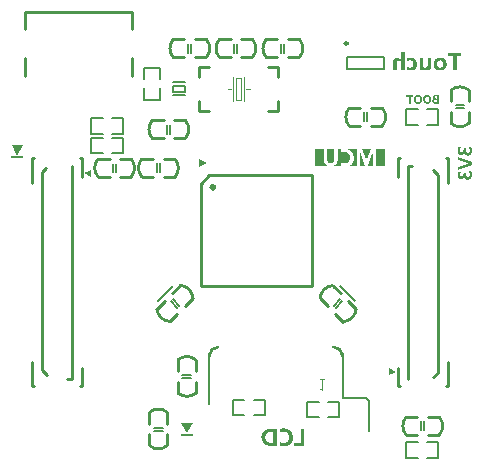
<source format=gbo>
G04*
G04 #@! TF.GenerationSoftware,Altium Limited,Altium Designer,21.2.1 (34)*
G04*
G04 Layer_Color=32896*
%FSLAX25Y25*%
%MOIN*%
G70*
G04*
G04 #@! TF.SameCoordinates,2553E21A-E740-48D2-A68A-D9BBB884D7A6*
G04*
G04*
G04 #@! TF.FilePolarity,Positive*
G04*
G01*
G75*
%ADD11C,0.01000*%
%ADD12C,0.00600*%
%ADD13C,0.00787*%
%ADD14C,0.00500*%
%ADD16C,0.00800*%
%ADD80C,0.00984*%
%ADD81C,0.01575*%
%ADD82C,0.00390*%
%ADD83R,0.03937X0.00787*%
G36*
X321468Y300555D02*
X317531D01*
X319500Y297012D01*
X321468Y300555D01*
D02*
G37*
G36*
X344028Y292410D02*
Y290048D01*
X341666Y291229D01*
X344028Y292410D01*
D02*
G37*
G36*
X377969Y208055D02*
X374031D01*
X376000Y204512D01*
X377969Y208055D01*
D02*
G37*
G36*
X443240Y223905D02*
Y226267D01*
X445602Y225086D01*
X443240Y223905D01*
D02*
G37*
G36*
X382820Y294529D02*
X380064Y293151D01*
Y295907D01*
X382820Y294529D01*
D02*
G37*
G36*
X459900Y314446D02*
X458833D01*
X458745Y314451D01*
X458662Y314455D01*
X458583Y314469D01*
X458509Y314483D01*
X458445Y314497D01*
X458380Y314520D01*
X458325Y314539D01*
X458274Y314562D01*
X458228Y314580D01*
X458186Y314603D01*
X458154Y314622D01*
X458126Y314636D01*
X458103Y314654D01*
X458089Y314663D01*
X458080Y314668D01*
X458075Y314673D01*
X458024Y314719D01*
X457983Y314765D01*
X457946Y314816D01*
X457913Y314867D01*
X457886Y314917D01*
X457867Y314968D01*
X457830Y315070D01*
X457812Y315158D01*
X457807Y315195D01*
X457802Y315227D01*
X457798Y315255D01*
Y315273D01*
Y315287D01*
Y315292D01*
X457807Y315393D01*
X457826Y315481D01*
X457858Y315560D01*
X457890Y315629D01*
X457923Y315680D01*
X457955Y315721D01*
X457973Y315744D01*
X457983Y315754D01*
X458057Y315818D01*
X458135Y315864D01*
X458214Y315906D01*
X458292Y315934D01*
X458361Y315952D01*
X458412Y315966D01*
X458435Y315971D01*
X458449Y315975D01*
X458463D01*
Y315985D01*
X458380Y316012D01*
X458301Y316049D01*
X458237Y316091D01*
X458177Y316128D01*
X458131Y316165D01*
X458098Y316197D01*
X458080Y316216D01*
X458071Y316225D01*
X458020Y316294D01*
X457978Y316364D01*
X457950Y316433D01*
X457932Y316497D01*
X457923Y316553D01*
X457913Y316595D01*
Y316613D01*
Y316627D01*
Y316632D01*
Y316636D01*
X457918Y316691D01*
X457923Y316747D01*
X457955Y316844D01*
X457992Y316927D01*
X458038Y317001D01*
X458089Y317052D01*
X458126Y317093D01*
X458158Y317117D01*
X458163Y317126D01*
X458168D01*
X458218Y317158D01*
X458269Y317186D01*
X458385Y317227D01*
X458505Y317260D01*
X458620Y317278D01*
X458671Y317287D01*
X458722Y317292D01*
X458768Y317297D01*
X458805D01*
X458837Y317301D01*
X459900D01*
Y314446D01*
D02*
G37*
G36*
X451404Y316802D02*
X450591D01*
Y314446D01*
X449981D01*
Y316802D01*
X449163D01*
Y317301D01*
X451404D01*
Y316802D01*
D02*
G37*
G36*
X456185Y317348D02*
X456301Y317334D01*
X456403Y317315D01*
X456504Y317287D01*
X456597Y317255D01*
X456680Y317218D01*
X456758Y317181D01*
X456828Y317140D01*
X456892Y317098D01*
X456948Y317061D01*
X456994Y317024D01*
X457036Y316992D01*
X457063Y316969D01*
X457086Y316946D01*
X457100Y316932D01*
X457105Y316927D01*
X457174Y316844D01*
X457234Y316761D01*
X457285Y316668D01*
X457331Y316581D01*
X457368Y316488D01*
X457401Y316396D01*
X457428Y316308D01*
X457447Y316225D01*
X457465Y316146D01*
X457475Y316072D01*
X457484Y316003D01*
X457493Y315948D01*
Y315901D01*
X457498Y315864D01*
Y315846D01*
Y315837D01*
X457493Y315721D01*
X457479Y315610D01*
X457461Y315504D01*
X457438Y315407D01*
X457410Y315315D01*
X457377Y315227D01*
X457340Y315148D01*
X457304Y315079D01*
X457271Y315015D01*
X457234Y314959D01*
X457202Y314908D01*
X457174Y314871D01*
X457151Y314839D01*
X457133Y314816D01*
X457119Y314802D01*
X457114Y314797D01*
X457040Y314728D01*
X456962Y314668D01*
X456879Y314613D01*
X456795Y314566D01*
X456712Y314529D01*
X456629Y314497D01*
X456551Y314469D01*
X456472Y314451D01*
X456398Y314432D01*
X456329Y314423D01*
X456269Y314414D01*
X456218Y314405D01*
X456176D01*
X456144Y314400D01*
X456116D01*
X456001Y314405D01*
X455890Y314419D01*
X455788Y314437D01*
X455691Y314465D01*
X455599Y314497D01*
X455516Y314529D01*
X455437Y314566D01*
X455368Y314608D01*
X455308Y314645D01*
X455252Y314682D01*
X455206Y314714D01*
X455164Y314746D01*
X455137Y314774D01*
X455114Y314793D01*
X455100Y314807D01*
X455095Y314811D01*
X455026Y314890D01*
X454966Y314978D01*
X454915Y315065D01*
X454869Y315158D01*
X454832Y315246D01*
X454800Y315338D01*
X454776Y315426D01*
X454753Y315509D01*
X454740Y315587D01*
X454726Y315661D01*
X454721Y315726D01*
X454712Y315781D01*
Y315828D01*
X454707Y315864D01*
Y315883D01*
Y315892D01*
X454712Y316008D01*
X454721Y316123D01*
X454740Y316230D01*
X454767Y316326D01*
X454795Y316419D01*
X454827Y316507D01*
X454860Y316585D01*
X454892Y316659D01*
X454929Y316724D01*
X454961Y316779D01*
X454994Y316826D01*
X455021Y316867D01*
X455044Y316899D01*
X455063Y316922D01*
X455077Y316936D01*
X455081Y316941D01*
X455155Y317015D01*
X455229Y317075D01*
X455312Y317130D01*
X455396Y317177D01*
X455474Y317218D01*
X455557Y317250D01*
X455640Y317278D01*
X455714Y317301D01*
X455788Y317320D01*
X455858Y317329D01*
X455918Y317338D01*
X455968Y317348D01*
X456010D01*
X456042Y317352D01*
X456070D01*
X456185Y317348D01*
D02*
G37*
G36*
X453095D02*
X453210Y317334D01*
X453312Y317315D01*
X453413Y317287D01*
X453506Y317255D01*
X453589Y317218D01*
X453668Y317181D01*
X453737Y317140D01*
X453802Y317098D01*
X453857Y317061D01*
X453903Y317024D01*
X453945Y316992D01*
X453972Y316969D01*
X453996Y316946D01*
X454009Y316932D01*
X454014Y316927D01*
X454083Y316844D01*
X454143Y316761D01*
X454194Y316668D01*
X454241Y316581D01*
X454278Y316488D01*
X454310Y316396D01*
X454338Y316308D01*
X454356Y316225D01*
X454375Y316146D01*
X454384Y316072D01*
X454393Y316003D01*
X454402Y315948D01*
Y315901D01*
X454407Y315864D01*
Y315846D01*
Y315837D01*
X454402Y315721D01*
X454388Y315610D01*
X454370Y315504D01*
X454347Y315407D01*
X454319Y315315D01*
X454287Y315227D01*
X454250Y315148D01*
X454213Y315079D01*
X454180Y315015D01*
X454143Y314959D01*
X454111Y314908D01*
X454083Y314871D01*
X454060Y314839D01*
X454042Y314816D01*
X454028Y314802D01*
X454023Y314797D01*
X453949Y314728D01*
X453871Y314668D01*
X453788Y314613D01*
X453705Y314566D01*
X453621Y314529D01*
X453538Y314497D01*
X453460Y314469D01*
X453381Y314451D01*
X453307Y314432D01*
X453238Y314423D01*
X453178Y314414D01*
X453127Y314405D01*
X453086D01*
X453053Y314400D01*
X453025D01*
X452910Y314405D01*
X452799Y314419D01*
X452697Y314437D01*
X452600Y314465D01*
X452508Y314497D01*
X452425Y314529D01*
X452346Y314566D01*
X452277Y314608D01*
X452217Y314645D01*
X452162Y314682D01*
X452115Y314714D01*
X452074Y314746D01*
X452046Y314774D01*
X452023Y314793D01*
X452009Y314807D01*
X452004Y314811D01*
X451935Y314890D01*
X451875Y314978D01*
X451824Y315065D01*
X451778Y315158D01*
X451741Y315246D01*
X451709Y315338D01*
X451686Y315426D01*
X451662Y315509D01*
X451649Y315587D01*
X451635Y315661D01*
X451630Y315726D01*
X451621Y315781D01*
Y315828D01*
X451616Y315864D01*
Y315883D01*
Y315892D01*
X451621Y316008D01*
X451630Y316123D01*
X451649Y316230D01*
X451676Y316326D01*
X451704Y316419D01*
X451736Y316507D01*
X451769Y316585D01*
X451801Y316659D01*
X451838Y316724D01*
X451870Y316779D01*
X451903Y316826D01*
X451931Y316867D01*
X451954Y316899D01*
X451972Y316922D01*
X451986Y316936D01*
X451991Y316941D01*
X452065Y317015D01*
X452138Y317075D01*
X452222Y317130D01*
X452305Y317177D01*
X452383Y317218D01*
X452466Y317250D01*
X452550Y317278D01*
X452624Y317301D01*
X452697Y317320D01*
X452767Y317329D01*
X452827Y317338D01*
X452878Y317348D01*
X452919D01*
X452951Y317352D01*
X452979D01*
X453095Y317348D01*
D02*
G37*
G36*
X470852Y299830D02*
X470904Y299645D01*
X470948Y299452D01*
X470970Y299275D01*
X470978Y299186D01*
X470985Y299112D01*
X470993Y299045D01*
Y298986D01*
X471000Y298934D01*
Y298868D01*
X470993Y298720D01*
X470985Y298587D01*
X470963Y298453D01*
X470941Y298335D01*
X470919Y298217D01*
X470882Y298113D01*
X470852Y298017D01*
X470815Y297928D01*
X470785Y297854D01*
X470748Y297787D01*
X470719Y297728D01*
X470697Y297684D01*
X470667Y297647D01*
X470652Y297617D01*
X470645Y297602D01*
X470637Y297595D01*
X470563Y297514D01*
X470489Y297440D01*
X470408Y297373D01*
X470327Y297314D01*
X470238Y297269D01*
X470156Y297232D01*
X469994Y297173D01*
X469846Y297136D01*
X469786Y297129D01*
X469727Y297121D01*
X469683Y297114D01*
X469653D01*
X469631D01*
X469624D01*
X469468Y297129D01*
X469328Y297158D01*
X469202Y297203D01*
X469098Y297255D01*
X469017Y297314D01*
X468950Y297358D01*
X468913Y297388D01*
X468898Y297403D01*
X468795Y297521D01*
X468721Y297647D01*
X468662Y297773D01*
X468610Y297891D01*
X468580Y298002D01*
X468565Y298083D01*
X468558Y298120D01*
X468551Y298143D01*
Y298165D01*
X468536D01*
X468484Y298002D01*
X468417Y297861D01*
X468343Y297743D01*
X468262Y297639D01*
X468173Y297551D01*
X468077Y297477D01*
X467981Y297417D01*
X467885Y297366D01*
X467788Y297329D01*
X467700Y297299D01*
X467618Y297284D01*
X467552Y297269D01*
X467485Y297262D01*
X467441Y297255D01*
X467411D01*
X467404D01*
X467307Y297262D01*
X467211Y297269D01*
X467048Y297321D01*
X466908Y297380D01*
X466789Y297454D01*
X466693Y297536D01*
X466627Y297595D01*
X466590Y297647D01*
X466575Y297654D01*
Y297662D01*
X466471Y297824D01*
X466397Y298002D01*
X466345Y298172D01*
X466308Y298342D01*
X466286Y298490D01*
X466279Y298557D01*
Y298609D01*
X466271Y298653D01*
Y298720D01*
X466279Y298949D01*
X466308Y299164D01*
X466353Y299349D01*
X466375Y299438D01*
X466397Y299512D01*
X466419Y299586D01*
X466442Y299645D01*
X466464Y299704D01*
X466486Y299748D01*
X466501Y299778D01*
X466516Y299808D01*
X466523Y299822D01*
Y299830D01*
X467307D01*
X467204Y299667D01*
X467130Y299512D01*
X467078Y299356D01*
X467041Y299223D01*
X467019Y299105D01*
X467011Y299053D01*
Y299016D01*
X467004Y298979D01*
Y298934D01*
X467011Y298809D01*
X467026Y298705D01*
X467056Y298609D01*
X467093Y298527D01*
X467145Y298461D01*
X467189Y298402D01*
X467248Y298357D01*
X467300Y298320D01*
X467352Y298291D01*
X467411Y298268D01*
X467500Y298239D01*
X467544D01*
X467574Y298231D01*
X467589D01*
X467596D01*
X467707Y298239D01*
X467796Y298268D01*
X467877Y298313D01*
X467951Y298372D01*
X468010Y298446D01*
X468062Y298520D01*
X468099Y298601D01*
X468136Y298690D01*
X468181Y298860D01*
X468188Y298934D01*
X468203Y299008D01*
Y299068D01*
X468210Y299112D01*
Y299526D01*
X468950D01*
Y299119D01*
X468958Y298949D01*
X468980Y298794D01*
X469002Y298668D01*
X469032Y298557D01*
X469069Y298476D01*
X469091Y298416D01*
X469113Y298379D01*
X469120Y298365D01*
X469187Y298276D01*
X469268Y298209D01*
X469350Y298157D01*
X469431Y298128D01*
X469505Y298106D01*
X469564Y298098D01*
X469601Y298091D01*
X469609D01*
X469616D01*
X469727Y298098D01*
X469823Y298128D01*
X469912Y298165D01*
X469979Y298202D01*
X470031Y298246D01*
X470075Y298283D01*
X470097Y298313D01*
X470105Y298320D01*
X470164Y298409D01*
X470201Y298513D01*
X470230Y298609D01*
X470253Y298712D01*
X470267Y298801D01*
X470275Y298868D01*
Y298934D01*
X470267Y299045D01*
X470260Y299156D01*
X470223Y299356D01*
X470164Y299541D01*
X470105Y299697D01*
X470075Y299763D01*
X470045Y299822D01*
X470016Y299874D01*
X469986Y299919D01*
X469964Y299956D01*
X469949Y299978D01*
X469934Y299993D01*
Y300000D01*
X470778D01*
X470852Y299830D01*
D02*
G37*
G36*
X470926Y295138D02*
Y294036D01*
X466353Y292445D01*
Y293466D01*
X469579Y294457D01*
X469757Y294502D01*
X469831Y294517D01*
X469897Y294531D01*
X469957Y294539D01*
X470001Y294546D01*
X470031Y294554D01*
X470038D01*
Y294576D01*
X469883Y294598D01*
X469801Y294613D01*
X469735Y294628D01*
X469675Y294642D01*
X469631Y294650D01*
X469594Y294665D01*
X469587D01*
X466353Y295656D01*
Y296707D01*
X470926Y295138D01*
D02*
G37*
G36*
X470852Y291771D02*
X470904Y291586D01*
X470948Y291394D01*
X470970Y291216D01*
X470978Y291127D01*
X470985Y291053D01*
X470993Y290987D01*
Y290928D01*
X471000Y290876D01*
Y290809D01*
X470993Y290661D01*
X470985Y290528D01*
X470963Y290395D01*
X470941Y290276D01*
X470919Y290158D01*
X470882Y290054D01*
X470852Y289958D01*
X470815Y289869D01*
X470785Y289795D01*
X470748Y289729D01*
X470719Y289670D01*
X470697Y289625D01*
X470667Y289588D01*
X470652Y289559D01*
X470645Y289544D01*
X470637Y289536D01*
X470563Y289455D01*
X470489Y289381D01*
X470408Y289314D01*
X470327Y289255D01*
X470238Y289211D01*
X470156Y289174D01*
X469994Y289115D01*
X469846Y289078D01*
X469786Y289070D01*
X469727Y289063D01*
X469683Y289055D01*
X469653D01*
X469631D01*
X469624D01*
X469468Y289070D01*
X469328Y289100D01*
X469202Y289144D01*
X469098Y289196D01*
X469017Y289255D01*
X468950Y289300D01*
X468913Y289329D01*
X468898Y289344D01*
X468795Y289462D01*
X468721Y289588D01*
X468662Y289714D01*
X468610Y289832D01*
X468580Y289943D01*
X468565Y290025D01*
X468558Y290062D01*
X468551Y290084D01*
Y290106D01*
X468536D01*
X468484Y289943D01*
X468417Y289803D01*
X468343Y289684D01*
X468262Y289581D01*
X468173Y289492D01*
X468077Y289418D01*
X467981Y289359D01*
X467885Y289307D01*
X467788Y289270D01*
X467700Y289240D01*
X467618Y289226D01*
X467552Y289211D01*
X467485Y289203D01*
X467441Y289196D01*
X467411D01*
X467404D01*
X467307Y289203D01*
X467211Y289211D01*
X467048Y289263D01*
X466908Y289322D01*
X466789Y289396D01*
X466693Y289477D01*
X466627Y289536D01*
X466590Y289588D01*
X466575Y289596D01*
Y289603D01*
X466471Y289766D01*
X466397Y289943D01*
X466345Y290114D01*
X466308Y290284D01*
X466286Y290432D01*
X466279Y290498D01*
Y290550D01*
X466271Y290595D01*
Y290661D01*
X466279Y290891D01*
X466308Y291105D01*
X466353Y291290D01*
X466375Y291379D01*
X466397Y291453D01*
X466419Y291527D01*
X466442Y291586D01*
X466464Y291645D01*
X466486Y291690D01*
X466501Y291719D01*
X466516Y291749D01*
X466523Y291764D01*
Y291771D01*
X467307D01*
X467204Y291608D01*
X467130Y291453D01*
X467078Y291298D01*
X467041Y291164D01*
X467019Y291046D01*
X467011Y290994D01*
Y290957D01*
X467004Y290920D01*
Y290876D01*
X467011Y290750D01*
X467026Y290646D01*
X467056Y290550D01*
X467093Y290469D01*
X467145Y290402D01*
X467189Y290343D01*
X467248Y290299D01*
X467300Y290262D01*
X467352Y290232D01*
X467411Y290210D01*
X467500Y290180D01*
X467544D01*
X467574Y290173D01*
X467589D01*
X467596D01*
X467707Y290180D01*
X467796Y290210D01*
X467877Y290254D01*
X467951Y290313D01*
X468010Y290387D01*
X468062Y290461D01*
X468099Y290543D01*
X468136Y290632D01*
X468181Y290802D01*
X468188Y290876D01*
X468203Y290950D01*
Y291009D01*
X468210Y291053D01*
Y291468D01*
X468950D01*
Y291061D01*
X468958Y290891D01*
X468980Y290735D01*
X469002Y290609D01*
X469032Y290498D01*
X469069Y290417D01*
X469091Y290358D01*
X469113Y290321D01*
X469120Y290306D01*
X469187Y290217D01*
X469268Y290151D01*
X469350Y290099D01*
X469431Y290069D01*
X469505Y290047D01*
X469564Y290040D01*
X469601Y290032D01*
X469609D01*
X469616D01*
X469727Y290040D01*
X469823Y290069D01*
X469912Y290106D01*
X469979Y290143D01*
X470031Y290188D01*
X470075Y290225D01*
X470097Y290254D01*
X470105Y290262D01*
X470164Y290350D01*
X470201Y290454D01*
X470230Y290550D01*
X470253Y290654D01*
X470267Y290743D01*
X470275Y290809D01*
Y290876D01*
X470267Y290987D01*
X470260Y291098D01*
X470223Y291298D01*
X470164Y291483D01*
X470105Y291638D01*
X470075Y291705D01*
X470045Y291764D01*
X470016Y291816D01*
X469986Y291860D01*
X469964Y291897D01*
X469949Y291919D01*
X469934Y291934D01*
Y291941D01*
X470778D01*
X470852Y291771D01*
D02*
G37*
G36*
X448556Y325592D02*
X447363D01*
Y327914D01*
X447354Y328062D01*
X447326Y328192D01*
X447289Y328312D01*
X447252Y328404D01*
X447215Y328488D01*
X447178Y328543D01*
X447150Y328580D01*
X447141Y328590D01*
X447048Y328682D01*
X446956Y328747D01*
X446854Y328793D01*
X446771Y328821D01*
X446688Y328849D01*
X446623Y328858D01*
X446567D01*
X446447Y328849D01*
X446345Y328821D01*
X446253Y328774D01*
X446170Y328710D01*
X446105Y328636D01*
X446049Y328562D01*
X446003Y328479D01*
X445966Y328386D01*
X445920Y328210D01*
X445901Y328136D01*
X445892Y328062D01*
X445883Y327997D01*
Y327951D01*
Y327923D01*
Y327914D01*
Y325592D01*
X444690D01*
Y328099D01*
Y328247D01*
X444708Y328395D01*
X444745Y328654D01*
X444819Y328876D01*
X444911Y329070D01*
X445013Y329228D01*
X445133Y329366D01*
X445254Y329478D01*
X445383Y329561D01*
X445522Y329635D01*
X445642Y329681D01*
X445762Y329727D01*
X445864Y329746D01*
X445957Y329764D01*
X446022Y329773D01*
X446086D01*
X446234Y329764D01*
X446364Y329746D01*
X446493Y329709D01*
X446614Y329662D01*
X446826Y329552D01*
X447011Y329422D01*
X447085Y329348D01*
X447150Y329283D01*
X447215Y329228D01*
X447261Y329172D01*
X447298Y329126D01*
X447326Y329089D01*
X447335Y329070D01*
X447344Y329061D01*
X447363D01*
Y331633D01*
X448556D01*
Y325592D01*
D02*
G37*
G36*
X457436Y327211D02*
Y327054D01*
X457417Y326906D01*
X457399Y326777D01*
X457371Y326647D01*
X457306Y326416D01*
X457214Y326221D01*
X457103Y326055D01*
X456983Y325916D01*
X456853Y325805D01*
X456714Y325713D01*
X456585Y325648D01*
X456456Y325592D01*
X456335Y325555D01*
X456224Y325528D01*
X456132Y325509D01*
X456067Y325500D01*
X456002D01*
X455854Y325509D01*
X455725Y325528D01*
X455595Y325565D01*
X455475Y325611D01*
X455262Y325722D01*
X455087Y325861D01*
X455003Y325925D01*
X454939Y325990D01*
X454883Y326046D01*
X454837Y326101D01*
X454800Y326148D01*
X454772Y326185D01*
X454763Y326203D01*
X454753Y326212D01*
X454735D01*
Y325592D01*
X453551D01*
Y329672D01*
X454735D01*
Y327331D01*
X454744Y327184D01*
X454772Y327045D01*
X454800Y326934D01*
X454837Y326832D01*
X454883Y326758D01*
X454911Y326702D01*
X454939Y326665D01*
X454948Y326656D01*
X455031Y326573D01*
X455124Y326508D01*
X455225Y326471D01*
X455318Y326434D01*
X455392Y326416D01*
X455466Y326407D01*
X455521D01*
X455651Y326416D01*
X455762Y326444D01*
X455854Y326490D01*
X455937Y326554D01*
X456011Y326619D01*
X456067Y326693D01*
X456113Y326777D01*
X456150Y326869D01*
X456206Y327035D01*
X456224Y327110D01*
X456234Y327184D01*
Y327239D01*
X456243Y327285D01*
Y327313D01*
Y327322D01*
Y329672D01*
X457436D01*
Y327211D01*
D02*
G37*
G36*
X450619Y329764D02*
X450804Y329746D01*
X450970Y329718D01*
X451127Y329681D01*
X451275Y329635D01*
X451414Y329579D01*
X451535Y329533D01*
X451646Y329478D01*
X451747Y329413D01*
X451840Y329366D01*
X451914Y329311D01*
X451978Y329265D01*
X452025Y329228D01*
X452062Y329200D01*
X452080Y329182D01*
X452090Y329172D01*
X452201Y329052D01*
X452293Y328932D01*
X452376Y328802D01*
X452450Y328663D01*
X452506Y328525D01*
X452561Y328386D01*
X452635Y328127D01*
X452654Y328007D01*
X452672Y327896D01*
X452691Y327794D01*
X452700Y327711D01*
X452709Y327637D01*
Y327581D01*
Y327544D01*
Y327535D01*
X452700Y327368D01*
X452681Y327211D01*
X452654Y327063D01*
X452617Y326924D01*
X452580Y326795D01*
X452524Y326675D01*
X452478Y326564D01*
X452423Y326462D01*
X452367Y326370D01*
X452321Y326295D01*
X452265Y326221D01*
X452228Y326166D01*
X452191Y326120D01*
X452164Y326092D01*
X452145Y326074D01*
X452136Y326064D01*
X452025Y325962D01*
X451904Y325879D01*
X451784Y325805D01*
X451655Y325741D01*
X451525Y325685D01*
X451405Y325639D01*
X451164Y325574D01*
X451053Y325546D01*
X450952Y325528D01*
X450859Y325518D01*
X450776Y325509D01*
X450711Y325500D01*
X450619D01*
X450341Y325509D01*
X450101Y325537D01*
X449888Y325574D01*
X449721Y325620D01*
X449648Y325639D01*
X449583Y325666D01*
X449527Y325685D01*
X449481Y325704D01*
X449453Y325722D01*
X449426Y325731D01*
X449416Y325741D01*
X449407D01*
Y326712D01*
X449574Y326610D01*
X449740Y326536D01*
X449897Y326481D01*
X450036Y326444D01*
X450156Y326425D01*
X450249Y326416D01*
X450286Y326407D01*
X450332D01*
X450526Y326425D01*
X450693Y326462D01*
X450841Y326508D01*
X450970Y326573D01*
X451063Y326628D01*
X451137Y326684D01*
X451174Y326721D01*
X451192Y326730D01*
X451294Y326860D01*
X451377Y327008D01*
X451433Y327147D01*
X451470Y327294D01*
X451488Y327415D01*
X451498Y327517D01*
X451507Y327554D01*
Y327581D01*
Y327600D01*
Y327609D01*
X451488Y327813D01*
X451451Y327997D01*
X451405Y328155D01*
X451340Y328284D01*
X451275Y328386D01*
X451229Y328460D01*
X451192Y328506D01*
X451174Y328525D01*
X451044Y328636D01*
X450896Y328719D01*
X450748Y328774D01*
X450609Y328821D01*
X450489Y328839D01*
X450387Y328849D01*
X450351Y328858D01*
X450295D01*
X450119Y328849D01*
X449953Y328812D01*
X449795Y328765D01*
X449666Y328710D01*
X449555Y328654D01*
X449472Y328608D01*
X449416Y328571D01*
X449398Y328562D01*
Y329579D01*
X449537Y329644D01*
X449703Y329690D01*
X449879Y329727D01*
X450045Y329746D01*
X450193Y329764D01*
X450258D01*
X450323Y329773D01*
X450434D01*
X450619Y329764D01*
D02*
G37*
G36*
X467500Y330310D02*
X465872D01*
Y325592D01*
X464651D01*
Y330310D01*
X463014D01*
Y331309D01*
X467500D01*
Y330310D01*
D02*
G37*
G36*
X460544Y329764D02*
X460720Y329746D01*
X460886Y329718D01*
X461044Y329681D01*
X461192Y329635D01*
X461321Y329589D01*
X461450Y329533D01*
X461561Y329487D01*
X461654Y329431D01*
X461747Y329376D01*
X461821Y329329D01*
X461876Y329283D01*
X461922Y329246D01*
X461959Y329219D01*
X461978Y329200D01*
X461987Y329191D01*
X462089Y329080D01*
X462181Y328959D01*
X462264Y328830D01*
X462338Y328700D01*
X462394Y328571D01*
X462440Y328442D01*
X462514Y328183D01*
X462542Y328071D01*
X462561Y327960D01*
X462570Y327859D01*
X462579Y327776D01*
X462588Y327701D01*
Y327655D01*
Y327618D01*
Y327609D01*
X462579Y327433D01*
X462561Y327257D01*
X462533Y327100D01*
X462496Y326952D01*
X462450Y326814D01*
X462403Y326693D01*
X462348Y326573D01*
X462292Y326471D01*
X462246Y326379D01*
X462190Y326295D01*
X462144Y326221D01*
X462098Y326166D01*
X462061Y326120D01*
X462033Y326092D01*
X462015Y326074D01*
X462006Y326064D01*
X461895Y325962D01*
X461774Y325879D01*
X461645Y325805D01*
X461515Y325741D01*
X461376Y325685D01*
X461247Y325639D01*
X460997Y325574D01*
X460877Y325546D01*
X460766Y325528D01*
X460674Y325518D01*
X460590Y325509D01*
X460516Y325500D01*
X460424D01*
X460239Y325509D01*
X460063Y325528D01*
X459897Y325555D01*
X459739Y325592D01*
X459600Y325639D01*
X459471Y325685D01*
X459351Y325741D01*
X459240Y325796D01*
X459138Y325842D01*
X459055Y325898D01*
X458981Y325944D01*
X458925Y325990D01*
X458879Y326027D01*
X458842Y326055D01*
X458823Y326074D01*
X458814Y326083D01*
X458712Y326203D01*
X458620Y326323D01*
X458537Y326453D01*
X458463Y326582D01*
X458407Y326721D01*
X458361Y326851D01*
X458287Y327110D01*
X458259Y327221D01*
X458241Y327331D01*
X458231Y327433D01*
X458222Y327517D01*
X458213Y327590D01*
Y327637D01*
Y327674D01*
Y327683D01*
X458222Y327859D01*
X458241Y328025D01*
X458268Y328173D01*
X458306Y328321D01*
X458352Y328460D01*
X458398Y328580D01*
X458454Y328700D01*
X458500Y328802D01*
X458555Y328895D01*
X458611Y328969D01*
X458657Y329043D01*
X458703Y329098D01*
X458740Y329145D01*
X458768Y329172D01*
X458786Y329191D01*
X458796Y329200D01*
X458907Y329302D01*
X459027Y329385D01*
X459157Y329468D01*
X459286Y329533D01*
X459415Y329589D01*
X459545Y329635D01*
X459795Y329699D01*
X459915Y329727D01*
X460017Y329746D01*
X460109Y329755D01*
X460192Y329764D01*
X460266Y329773D01*
X460359D01*
X460544Y329764D01*
D02*
G37*
G36*
X408532Y206202D02*
X408764Y206174D01*
X408986Y206128D01*
X409189Y206072D01*
X409383Y206007D01*
X409569Y205933D01*
X409735Y205859D01*
X409883Y205776D01*
X410012Y205693D01*
X410133Y205619D01*
X410234Y205545D01*
X410318Y205480D01*
X410392Y205424D01*
X410438Y205378D01*
X410466Y205350D01*
X410475Y205341D01*
X410623Y205175D01*
X410752Y204999D01*
X410873Y204814D01*
X410965Y204629D01*
X411049Y204444D01*
X411123Y204259D01*
X411178Y204083D01*
X411215Y203907D01*
X411252Y203750D01*
X411280Y203593D01*
X411298Y203464D01*
X411317Y203343D01*
Y203251D01*
X411326Y203186D01*
Y203140D01*
Y203121D01*
X411317Y202890D01*
X411289Y202668D01*
X411252Y202455D01*
X411206Y202261D01*
X411150Y202076D01*
X411086Y201909D01*
X411021Y201752D01*
X410947Y201613D01*
X410873Y201484D01*
X410808Y201382D01*
X410743Y201290D01*
X410688Y201206D01*
X410641Y201151D01*
X410595Y201105D01*
X410577Y201077D01*
X410568Y201068D01*
X410420Y200929D01*
X410262Y200818D01*
X410096Y200716D01*
X409929Y200624D01*
X409754Y200550D01*
X409587Y200485D01*
X409420Y200439D01*
X409254Y200393D01*
X409106Y200365D01*
X408967Y200337D01*
X408838Y200328D01*
X408727Y200309D01*
X408634D01*
X408569Y200300D01*
X408329D01*
X408153Y200309D01*
X407987Y200328D01*
X407830Y200346D01*
X407691Y200365D01*
X407552Y200393D01*
X407432Y200420D01*
X407321Y200448D01*
X407219Y200476D01*
X407136Y200503D01*
X407062Y200531D01*
X406997Y200550D01*
X406951Y200568D01*
X406914Y200587D01*
X406895Y200596D01*
X406886D01*
Y201715D01*
X407127Y201595D01*
X407367Y201502D01*
X407598Y201438D01*
X407811Y201392D01*
X407913Y201373D01*
X407996Y201364D01*
X408079Y201355D01*
X408144D01*
X408200Y201345D01*
X408274D01*
X408422Y201355D01*
X408560Y201364D01*
X408819Y201429D01*
X409041Y201502D01*
X409134Y201549D01*
X409226Y201604D01*
X409300Y201651D01*
X409374Y201697D01*
X409430Y201734D01*
X409476Y201771D01*
X409522Y201808D01*
X409550Y201835D01*
X409559Y201845D01*
X409569Y201854D01*
X409652Y201956D01*
X409726Y202058D01*
X409791Y202168D01*
X409837Y202289D01*
X409929Y202511D01*
X409985Y202733D01*
X410003Y202825D01*
X410012Y202918D01*
X410022Y203001D01*
X410031Y203075D01*
X410040Y203131D01*
Y203177D01*
Y203204D01*
Y203214D01*
X410031Y203371D01*
X410022Y203528D01*
X409966Y203797D01*
X409920Y203926D01*
X409883Y204037D01*
X409837Y204139D01*
X409791Y204240D01*
X409744Y204324D01*
X409698Y204398D01*
X409652Y204463D01*
X409615Y204518D01*
X409587Y204555D01*
X409559Y204583D01*
X409550Y204601D01*
X409541Y204610D01*
X409439Y204703D01*
X409337Y204786D01*
X409235Y204860D01*
X409125Y204925D01*
X409004Y204971D01*
X408893Y205017D01*
X408680Y205082D01*
X408588Y205101D01*
X408496Y205119D01*
X408412Y205129D01*
X408338Y205138D01*
X408283Y205147D01*
X408200D01*
X407931Y205129D01*
X407682Y205092D01*
X407459Y205045D01*
X407265Y204980D01*
X407182Y204953D01*
X407108Y204916D01*
X407043Y204888D01*
X406988Y204870D01*
X406942Y204842D01*
X406914Y204833D01*
X406895Y204814D01*
X406886D01*
Y205989D01*
X407108Y206063D01*
X407339Y206118D01*
X407580Y206155D01*
X407793Y206183D01*
X407894Y206192D01*
X407987Y206202D01*
X408070D01*
X408144Y206211D01*
X408283D01*
X408532Y206202D01*
D02*
G37*
G36*
X415100Y200393D02*
X411742D01*
Y201382D01*
X413879D01*
Y206109D01*
X415100D01*
Y200393D01*
D02*
G37*
G36*
X405868D02*
X403898D01*
X403649Y200402D01*
X403417Y200430D01*
X403195Y200466D01*
X402983Y200513D01*
X402788Y200577D01*
X402612Y200642D01*
X402446Y200716D01*
X402289Y200790D01*
X402159Y200864D01*
X402039Y200938D01*
X401937Y201003D01*
X401854Y201068D01*
X401780Y201114D01*
X401734Y201151D01*
X401706Y201179D01*
X401697Y201188D01*
X401549Y201345D01*
X401419Y201512D01*
X401299Y201688D01*
X401206Y201863D01*
X401123Y202039D01*
X401049Y202215D01*
X400994Y202391D01*
X400948Y202557D01*
X400920Y202714D01*
X400892Y202862D01*
X400874Y202992D01*
X400855Y203103D01*
Y203195D01*
X400846Y203269D01*
Y203306D01*
Y203325D01*
X400855Y203574D01*
X400883Y203815D01*
X400920Y204037D01*
X400975Y204240D01*
X401049Y204435D01*
X401123Y204620D01*
X401216Y204786D01*
X401318Y204934D01*
X401429Y205073D01*
X401549Y205203D01*
X401678Y205323D01*
X401808Y205434D01*
X401946Y205526D01*
X402085Y205609D01*
X402363Y205757D01*
X402649Y205878D01*
X402927Y205961D01*
X403186Y206026D01*
X403417Y206063D01*
X403519Y206081D01*
X403612Y206090D01*
X403686Y206100D01*
X403759D01*
X403815Y206109D01*
X405868D01*
Y200393D01*
D02*
G37*
G36*
X442000Y293500D02*
X431668D01*
D01*
X428911D01*
X428976Y293509D01*
X429069D01*
X429179Y293528D01*
X429309Y293537D01*
X429448Y293565D01*
X429596Y293593D01*
X429762Y293639D01*
X429929Y293685D01*
X430095Y293750D01*
X430271Y293824D01*
X430438Y293916D01*
X430604Y294018D01*
X430761Y294129D01*
X430909Y294268D01*
X430919Y294277D01*
X430937Y294305D01*
X430983Y294351D01*
X431030Y294407D01*
X431085Y294490D01*
X431150Y294582D01*
X431215Y294684D01*
X431288Y294813D01*
X431362Y294952D01*
X431427Y295110D01*
X431492Y295276D01*
X431547Y295461D01*
X431594Y295655D01*
X431631Y295868D01*
X431659Y296090D01*
X431668Y296321D01*
Y299411D01*
Y296386D01*
X431659Y296451D01*
Y296543D01*
X431640Y296663D01*
X431622Y296793D01*
X431594Y296950D01*
X431557Y297108D01*
X431520Y297283D01*
X431464Y297459D01*
X431390Y297644D01*
X431307Y297829D01*
X431215Y298014D01*
X431094Y298199D01*
X430965Y298375D01*
X430817Y298541D01*
X430807Y298551D01*
X430780Y298578D01*
X430733Y298624D01*
X430659Y298680D01*
X430576Y298745D01*
X430475Y298819D01*
X430354Y298893D01*
X430225Y298976D01*
X430077Y299059D01*
X429910Y299133D01*
X429725Y299207D01*
X429531Y299272D01*
X429327Y299327D01*
X429106Y299374D01*
X428874Y299401D01*
X428624Y299411D01*
X428486D01*
X428412Y299401D01*
X428329D01*
X428236Y299392D01*
X428134Y299383D01*
X427921Y299355D01*
X427681Y299318D01*
X427450Y299263D01*
X427228Y299189D01*
Y298014D01*
X427237D01*
X427255Y298032D01*
X427283Y298042D01*
X427329Y298070D01*
X427385Y298088D01*
X427450Y298116D01*
X427524Y298153D01*
X427607Y298181D01*
X427801Y298245D01*
X428023Y298291D01*
X428273Y298328D01*
X428541Y298347D01*
X428624D01*
X428680Y298338D01*
X428754Y298328D01*
X428837Y298319D01*
X428930Y298301D01*
X429022Y298282D01*
X429235Y298218D01*
X429346Y298171D01*
X429466Y298125D01*
X429577Y298060D01*
X429679Y297986D01*
X429781Y297903D01*
X429882Y297811D01*
X429892Y297801D01*
X429901Y297783D01*
X429929Y297755D01*
X429956Y297718D01*
X429993Y297662D01*
X430040Y297598D01*
X430086Y297524D01*
X430132Y297441D01*
X430178Y297339D01*
X430225Y297237D01*
X430262Y297126D01*
X430308Y296996D01*
X430364Y296728D01*
X430373Y296571D01*
X430382Y296414D01*
Y296405D01*
Y296377D01*
Y296330D01*
X430373Y296275D01*
X430364Y296201D01*
X430354Y296118D01*
X430345Y296025D01*
X430327Y295933D01*
X430271Y295711D01*
X430178Y295489D01*
X430132Y295369D01*
X430067Y295257D01*
X429993Y295156D01*
X429910Y295054D01*
X429901Y295045D01*
X429892Y295036D01*
X429864Y295008D01*
X429818Y294971D01*
X429772Y294934D01*
X429716Y294897D01*
X429642Y294850D01*
X429568Y294804D01*
X429475Y294749D01*
X429383Y294703D01*
X429161Y294629D01*
X428902Y294564D01*
X428763Y294554D01*
X428615Y294545D01*
X428541D01*
X428486Y294554D01*
X428421D01*
X428338Y294564D01*
X428255Y294573D01*
X428153Y294591D01*
X427940Y294638D01*
X427709Y294703D01*
X427468Y294795D01*
X427228Y294915D01*
Y293500D01*
X426266D01*
Y299309D01*
X423930D01*
X425045D01*
Y295979D01*
Y295960D01*
Y295914D01*
X425035Y295849D01*
X425026Y295757D01*
X425008Y295646D01*
X424989Y295526D01*
X424952Y295396D01*
X424906Y295267D01*
X424841Y295128D01*
X424767Y294999D01*
X424675Y294878D01*
X424564Y294767D01*
X424443Y294675D01*
X424286Y294610D01*
X424111Y294564D01*
X423916Y294545D01*
X423870D01*
X423814Y294554D01*
X423740Y294564D01*
X423657Y294591D01*
X423565Y294619D01*
X423472Y294666D01*
X423361Y294721D01*
X423259Y294795D01*
X423167Y294878D01*
X423074Y294989D01*
X422991Y295128D01*
X422917Y295285D01*
X422862Y295470D01*
X422825Y295683D01*
X422816Y295923D01*
Y299309D01*
X421594D01*
Y295285D01*
Y295942D01*
X421604Y295886D01*
X421613Y295822D01*
X421622Y295739D01*
X421631Y295655D01*
X421668Y295461D01*
X421724Y295248D01*
X421789Y295017D01*
X421890Y294777D01*
X422020Y294536D01*
X422177Y294305D01*
X422270Y294194D01*
X422362Y294092D01*
X422473Y293990D01*
X422593Y293898D01*
X422732Y293814D01*
X422871Y293741D01*
X423019Y293667D01*
X423185Y293611D01*
X423361Y293565D01*
X423556Y293528D01*
X423759Y293509D01*
X423972Y293500D01*
X421594D01*
Y293509D01*
Y293500D01*
X418736D01*
Y299411D01*
X442000D01*
Y293500D01*
D02*
G37*
G36*
X427255Y293787D02*
X427292Y293768D01*
X427339Y293750D01*
X427403Y293731D01*
X427478Y293704D01*
X427561Y293676D01*
X427663Y293648D01*
X427774Y293620D01*
X427894Y293593D01*
X428032Y293565D01*
X428171Y293546D01*
X428329Y293528D01*
X428495Y293509D01*
X428671Y293500D01*
X427228D01*
Y293796D01*
X427237D01*
X427255Y293787D01*
D02*
G37*
G36*
X426266Y293500D02*
X424027D01*
X424074Y293509D01*
X424120D01*
X424185Y293518D01*
X424333Y293537D01*
X424499Y293574D01*
X424693Y293630D01*
X424906Y293704D01*
X425119Y293814D01*
X425331Y293944D01*
X425535Y294101D01*
X425637Y294203D01*
X425729Y294305D01*
X425822Y294425D01*
X425905Y294545D01*
X425988Y294684D01*
X426053Y294832D01*
X426118Y294989D01*
X426164Y295165D01*
X426210Y295350D01*
X426238Y295544D01*
X426257Y295757D01*
X426266Y295979D01*
Y293500D01*
D02*
G37*
G36*
X422130Y222451D02*
X421841D01*
X421774Y222446D01*
X421719Y222440D01*
X421674Y222429D01*
X421636Y222412D01*
X421602Y222401D01*
X421580Y222390D01*
X421569Y222384D01*
X421563Y222379D01*
X421530Y222346D01*
X421508Y222307D01*
X421491Y222268D01*
X421480Y222229D01*
X421475Y222196D01*
X421469Y222168D01*
Y222146D01*
Y222140D01*
Y218599D01*
X421275D01*
X421236Y218671D01*
X421192Y218733D01*
X421153Y218782D01*
X421108Y218821D01*
X421075Y218849D01*
X421047Y218871D01*
X421025Y218882D01*
X421020Y218888D01*
X420959Y218916D01*
X420892Y218932D01*
X420820Y218949D01*
X420753Y218954D01*
X420692Y218960D01*
X420648Y218966D01*
X420337D01*
Y219221D01*
X420809D01*
X420864Y219227D01*
X420909Y219243D01*
X420931Y219260D01*
X420936Y219265D01*
X420964Y219299D01*
X420975Y219332D01*
X420981Y219360D01*
Y219365D01*
Y219371D01*
Y222140D01*
X420975Y222196D01*
X420970Y222246D01*
X420953Y222285D01*
X420936Y222318D01*
X420920Y222346D01*
X420909Y222362D01*
X420897Y222373D01*
X420892Y222379D01*
X420853Y222401D01*
X420814Y222418D01*
X420714Y222440D01*
X420676Y222446D01*
X420637Y222451D01*
X420337D01*
Y222706D01*
X422130D01*
Y222451D01*
D02*
G37*
%LPC*%
G36*
X459290Y316849D02*
X459031D01*
X458948Y316844D01*
X458874Y316835D01*
X458810Y316816D01*
X458754Y316798D01*
X458708Y316775D01*
X458667Y316747D01*
X458634Y316715D01*
X458611Y316687D01*
X458593Y316655D01*
X458574Y316622D01*
X458560Y316571D01*
X458556Y316553D01*
X458551Y316534D01*
Y316525D01*
Y316521D01*
X458556Y316456D01*
X458569Y316401D01*
X458588Y316354D01*
X458611Y316313D01*
X458634Y316280D01*
X458653Y316257D01*
X458667Y316243D01*
X458671Y316239D01*
X458717Y316206D01*
X458773Y316183D01*
X458828Y316165D01*
X458879Y316156D01*
X458925Y316146D01*
X458967Y316142D01*
X459290D01*
Y316849D01*
D02*
G37*
G36*
Y315684D02*
X458934D01*
X458851Y315680D01*
X458777Y315670D01*
X458717Y315652D01*
X458662Y315634D01*
X458625Y315615D01*
X458593Y315597D01*
X458574Y315587D01*
X458569Y315583D01*
X458528Y315541D01*
X458496Y315495D01*
X458472Y315449D01*
X458454Y315403D01*
X458445Y315366D01*
X458440Y315329D01*
Y315310D01*
Y315301D01*
X458445Y315236D01*
X458459Y315176D01*
X458482Y315125D01*
X458505Y315084D01*
X458528Y315047D01*
X458551Y315024D01*
X458565Y315010D01*
X458569Y315005D01*
X458620Y314968D01*
X458680Y314945D01*
X458740Y314927D01*
X458796Y314913D01*
X458851Y314904D01*
X458893Y314899D01*
X459290D01*
Y315684D01*
D02*
G37*
G36*
X456121Y316821D02*
X456088D01*
X456024Y316816D01*
X455964Y316812D01*
X455853Y316779D01*
X455756Y316738D01*
X455682Y316691D01*
X455617Y316645D01*
X455576Y316604D01*
X455548Y316571D01*
X455539Y316567D01*
Y316562D01*
X455474Y316456D01*
X455428Y316345D01*
X455391Y316225D01*
X455368Y316114D01*
X455359Y316059D01*
X455354Y316012D01*
X455349Y315966D01*
Y315929D01*
X455345Y315897D01*
Y315874D01*
Y315860D01*
Y315855D01*
Y315777D01*
X455354Y315703D01*
X455377Y315569D01*
X455391Y315509D01*
X455409Y315453D01*
X455428Y315403D01*
X455446Y315356D01*
X455465Y315315D01*
X455483Y315278D01*
X455502Y315250D01*
X455516Y315222D01*
X455529Y315204D01*
X455539Y315190D01*
X455543Y315181D01*
X455548Y315176D01*
X455585Y315130D01*
X455626Y315093D01*
X455673Y315061D01*
X455719Y315028D01*
X455811Y314982D01*
X455899Y314954D01*
X455978Y314936D01*
X456015Y314931D01*
X456042Y314927D01*
X456070Y314922D01*
X456102D01*
X456167Y314927D01*
X456227Y314931D01*
X456283Y314945D01*
X456338Y314964D01*
X456430Y315005D01*
X456509Y315056D01*
X456574Y315102D01*
X456620Y315144D01*
X456634Y315162D01*
X456647Y315176D01*
X456652Y315181D01*
X456657Y315185D01*
X456694Y315236D01*
X456721Y315292D01*
X456772Y315407D01*
X456805Y315518D01*
X456832Y315629D01*
X456837Y315680D01*
X456846Y315721D01*
X456851Y315763D01*
Y315800D01*
X456855Y315828D01*
Y315851D01*
Y315864D01*
Y315869D01*
X456851Y315948D01*
X456846Y316022D01*
X456823Y316156D01*
X456791Y316271D01*
X456772Y316322D01*
X456754Y316368D01*
X456735Y316410D01*
X456717Y316447D01*
X456698Y316479D01*
X456684Y316507D01*
X456671Y316525D01*
X456661Y316539D01*
X456652Y316548D01*
Y316553D01*
X456611Y316599D01*
X456569Y316641D01*
X456523Y316678D01*
X456477Y316710D01*
X456430Y316733D01*
X456384Y316756D01*
X456292Y316789D01*
X456213Y316807D01*
X456176Y316812D01*
X456149Y316816D01*
X456121Y316821D01*
D02*
G37*
G36*
X453030D02*
X452998D01*
X452933Y316816D01*
X452873Y316812D01*
X452762Y316779D01*
X452665Y316738D01*
X452591Y316691D01*
X452527Y316645D01*
X452485Y316604D01*
X452457Y316571D01*
X452448Y316567D01*
Y316562D01*
X452383Y316456D01*
X452337Y316345D01*
X452300Y316225D01*
X452277Y316114D01*
X452268Y316059D01*
X452263Y316012D01*
X452258Y315966D01*
Y315929D01*
X452254Y315897D01*
Y315874D01*
Y315860D01*
Y315855D01*
Y315777D01*
X452263Y315703D01*
X452286Y315569D01*
X452300Y315509D01*
X452319Y315453D01*
X452337Y315403D01*
X452355Y315356D01*
X452374Y315315D01*
X452392Y315278D01*
X452411Y315250D01*
X452425Y315222D01*
X452439Y315204D01*
X452448Y315190D01*
X452453Y315181D01*
X452457Y315176D01*
X452494Y315130D01*
X452536Y315093D01*
X452582Y315061D01*
X452628Y315028D01*
X452720Y314982D01*
X452808Y314954D01*
X452887Y314936D01*
X452924Y314931D01*
X452951Y314927D01*
X452979Y314922D01*
X453012D01*
X453076Y314927D01*
X453136Y314931D01*
X453192Y314945D01*
X453247Y314964D01*
X453340Y315005D01*
X453418Y315056D01*
X453483Y315102D01*
X453529Y315144D01*
X453543Y315162D01*
X453557Y315176D01*
X453561Y315181D01*
X453566Y315185D01*
X453603Y315236D01*
X453631Y315292D01*
X453682Y315407D01*
X453714Y315518D01*
X453742Y315629D01*
X453746Y315680D01*
X453755Y315721D01*
X453760Y315763D01*
Y315800D01*
X453765Y315828D01*
Y315851D01*
Y315864D01*
Y315869D01*
X453760Y315948D01*
X453755Y316022D01*
X453732Y316156D01*
X453700Y316271D01*
X453682Y316322D01*
X453663Y316368D01*
X453645Y316410D01*
X453626Y316447D01*
X453608Y316479D01*
X453594Y316507D01*
X453580Y316525D01*
X453571Y316539D01*
X453561Y316548D01*
Y316553D01*
X453520Y316599D01*
X453478Y316641D01*
X453432Y316678D01*
X453386Y316710D01*
X453340Y316733D01*
X453293Y316756D01*
X453201Y316789D01*
X453123Y316807D01*
X453086Y316812D01*
X453058Y316816D01*
X453030Y316821D01*
D02*
G37*
G36*
X460405Y328858D02*
X460387D01*
X460220Y328849D01*
X460072Y328802D01*
X459943Y328747D01*
X459832Y328673D01*
X459739Y328580D01*
X459656Y328479D01*
X459591Y328377D01*
X459545Y328266D01*
X459508Y328155D01*
X459471Y328044D01*
X459452Y327942D01*
X459443Y327850D01*
X459434Y327776D01*
X459425Y327720D01*
Y327674D01*
Y327664D01*
X459434Y327443D01*
X459462Y327248D01*
X459517Y327082D01*
X459573Y326934D01*
X459647Y326814D01*
X459730Y326712D01*
X459813Y326628D01*
X459906Y326564D01*
X459998Y326508D01*
X460081Y326471D01*
X460165Y326444D01*
X460239Y326425D01*
X460294Y326416D01*
X460340Y326407D01*
X460387D01*
X460563Y326425D01*
X460720Y326462D01*
X460849Y326518D01*
X460960Y326601D01*
X461062Y326693D01*
X461145Y326795D01*
X461210Y326906D01*
X461256Y327017D01*
X461303Y327128D01*
X461330Y327239D01*
X461358Y327341D01*
X461367Y327433D01*
X461376Y327517D01*
X461386Y327572D01*
Y327618D01*
Y327627D01*
X461376Y327831D01*
X461349Y328016D01*
X461303Y328173D01*
X461256Y328303D01*
X461210Y328404D01*
X461164Y328479D01*
X461136Y328516D01*
X461127Y328534D01*
X461016Y328645D01*
X460895Y328719D01*
X460775Y328774D01*
X460655Y328821D01*
X460553Y328839D01*
X460461Y328849D01*
X460405Y328858D01*
D02*
G37*
G36*
X404647Y205110D02*
X403991D01*
X403833Y205101D01*
X403695Y205092D01*
X403427Y205036D01*
X403195Y204962D01*
X403093Y204916D01*
X403001Y204870D01*
X402918Y204823D01*
X402844Y204777D01*
X402788Y204740D01*
X402733Y204703D01*
X402696Y204675D01*
X402668Y204647D01*
X402649Y204638D01*
X402640Y204629D01*
X402548Y204537D01*
X402464Y204435D01*
X402400Y204333D01*
X402344Y204222D01*
X402252Y204000D01*
X402187Y203787D01*
X402150Y203602D01*
X402141Y203519D01*
X402132Y203445D01*
X402122Y203390D01*
Y203343D01*
Y203315D01*
Y203306D01*
X402132Y203149D01*
X402141Y202992D01*
X402169Y202844D01*
X402196Y202714D01*
X402233Y202585D01*
X402280Y202474D01*
X402326Y202363D01*
X402372Y202270D01*
X402418Y202187D01*
X402464Y202113D01*
X402501Y202048D01*
X402548Y201993D01*
X402575Y201956D01*
X402603Y201928D01*
X402612Y201909D01*
X402622Y201900D01*
X402714Y201808D01*
X402825Y201734D01*
X402927Y201660D01*
X403038Y201604D01*
X403269Y201512D01*
X403482Y201447D01*
X403584Y201429D01*
X403676Y201410D01*
X403769Y201401D01*
X403833Y201392D01*
X403898Y201382D01*
X404647D01*
Y205110D01*
D02*
G37*
G36*
X439086Y299309D02*
X437310D01*
X436080Y295849D01*
X436071Y295831D01*
X436052Y295776D01*
X436025Y295692D01*
X435997Y295590D01*
X435960Y295470D01*
X435923Y295332D01*
X435895Y295193D01*
X435867Y295045D01*
X435840D01*
Y295054D01*
X435830Y295063D01*
Y295091D01*
X435821Y295128D01*
X435793Y295211D01*
X435766Y295322D01*
X435738Y295452D01*
X435691Y295590D01*
X435654Y295729D01*
X435608Y295859D01*
X434369Y299309D01*
X432639D01*
Y293593D01*
X439086D01*
Y299309D01*
D02*
G37*
%LPD*%
G36*
X438032Y298264D02*
Y298245D01*
Y298199D01*
X438023Y298153D01*
Y298088D01*
X438013Y298005D01*
Y297921D01*
X438004Y297820D01*
Y297598D01*
X437995Y297357D01*
X437986Y297089D01*
Y296821D01*
Y293593D01*
X436385D01*
X437819Y297496D01*
Y297505D01*
X437828Y297524D01*
X437847Y297570D01*
X437865Y297644D01*
X437884Y297746D01*
X437902Y297811D01*
X437921Y297884D01*
X437939Y297968D01*
X437958Y298060D01*
X437976Y298162D01*
X438004Y298273D01*
X438032D01*
Y298264D01*
D02*
G37*
G36*
X433832D02*
Y298245D01*
X433842Y298218D01*
X433851Y298181D01*
X433869Y298088D01*
X433897Y297977D01*
X433925Y297848D01*
X433953Y297727D01*
X433980Y297616D01*
X434008Y297533D01*
X435414Y293593D01*
X433851D01*
Y297061D01*
Y297071D01*
Y297080D01*
Y297108D01*
Y297145D01*
Y297200D01*
Y297255D01*
X433842Y297394D01*
Y297570D01*
X433823Y297774D01*
X433814Y298014D01*
X433795Y298273D01*
X433832D01*
Y298264D01*
D02*
G37*
D11*
X363600Y200400D02*
G03*
X369456Y200452I2897J3545D01*
G01*
X369400Y211600D02*
G03*
X363544Y211548I-2897J-3545D01*
G01*
X469900Y319000D02*
G03*
X464044Y318948I-2897J-3545D01*
G01*
X464100Y307800D02*
G03*
X469956Y307852I2897J3545D01*
G01*
X430000Y312900D02*
G03*
X430052Y307044I3545J-2897D01*
G01*
X441200Y307100D02*
G03*
X441148Y312956I-3545J2897D01*
G01*
X365980Y245948D02*
G03*
X370158Y241845I4555J458D01*
G01*
X378001Y249767D02*
G03*
X373823Y253870I-4555J-458D01*
G01*
X346300Y295900D02*
G03*
X346352Y290044I3545J-2897D01*
G01*
X357500Y290100D02*
G03*
X357448Y295956I-3545J2897D01*
G01*
X402377Y335763D02*
G03*
X402429Y329907I3545J-2897D01*
G01*
X413577Y329963D02*
G03*
X413525Y335819I-3545J2897D01*
G01*
X460200Y204100D02*
G03*
X460148Y209956I-3545J2897D01*
G01*
X449000Y209900D02*
G03*
X449052Y204044I3545J-2897D01*
G01*
X372100Y290100D02*
G03*
X372048Y295956I-3545J2897D01*
G01*
X360900Y295900D02*
G03*
X360952Y290044I3545J-2897D01*
G01*
X427877Y230354D02*
G03*
X424924Y233306I-2953J0D01*
G01*
X386420Y233306D02*
G03*
X383468Y230353I0J-2953D01*
G01*
X378900Y229100D02*
G03*
X373044Y229048I-2897J-3545D01*
G01*
X373100Y217900D02*
G03*
X378956Y217952I2897J3545D01*
G01*
X428306Y241776D02*
G03*
X432410Y245954I-458J4555D01*
G01*
X424488Y253797D02*
G03*
X420384Y249620I458J-4555D01*
G01*
X397937Y329963D02*
G03*
X397885Y335819I-3545J2897D01*
G01*
X386737Y335763D02*
G03*
X386789Y329907I3545J-2897D01*
G01*
X382562Y329963D02*
G03*
X382509Y335819I-3545J2897D01*
G01*
X371362Y335763D02*
G03*
X371414Y329907I3545J-2897D01*
G01*
X364362Y308759D02*
G03*
X364414Y302903I3545J-2897D01*
G01*
X375562Y302959D02*
G03*
X375509Y308814I-3545J2897D01*
G01*
X357718Y323706D02*
Y329776D01*
Y339446D02*
Y344846D01*
X322058Y323676D02*
Y329796D01*
Y344846D02*
X357718D01*
X322058Y339426D02*
Y344846D01*
X324343Y220166D02*
X325029D01*
X340192D02*
X340878D01*
X324343Y296150D02*
X325029D01*
X340192D02*
X340878D01*
Y289974D02*
Y296150D01*
X324343Y288005D02*
Y296150D01*
Y220166D02*
Y228311D01*
X336121Y222725D02*
X337532D01*
Y293591D01*
X327689Y291623D02*
X329165Y293098D01*
X327689Y225678D02*
Y291623D01*
Y225678D02*
X329402Y223965D01*
X340878Y220166D02*
Y226343D01*
X446389Y289973D02*
Y296149D01*
X457865Y292350D02*
X459579Y290637D01*
Y224693D02*
Y290637D01*
X458103Y223217D02*
X459579Y224693D01*
X449736Y222724D02*
Y293590D01*
X451147D01*
X462925Y288004D02*
Y296149D01*
Y220165D02*
Y228310D01*
X446389Y220165D02*
Y226342D01*
Y220165D02*
X447076D01*
X462238D02*
X462925D01*
X446389Y296149D02*
X447076D01*
X462238D02*
X462925D01*
X363500Y207700D02*
Y211400D01*
X369500Y207700D02*
Y211500D01*
Y200500D02*
Y204200D01*
X363500Y200500D02*
Y204200D01*
X470000Y308000D02*
Y311700D01*
X464000Y307900D02*
Y311700D01*
X464000Y315200D02*
X464000Y318900D01*
X470000D02*
X470000Y315200D01*
X437300Y313000D02*
X441000D01*
X437300Y307000D02*
X441100D01*
X430100D02*
X433800Y307000D01*
X430100Y313000D02*
X433800Y313000D01*
X371071Y251181D02*
X373688Y253797D01*
X375314Y246938D02*
X378001Y249625D01*
X370223Y241847D02*
X372839Y244463D01*
X365980Y246090D02*
X368597Y248706D01*
X353700Y290000D02*
X357400Y290000D01*
X353700Y296000D02*
X357400Y296000D01*
X346400D02*
X350200Y296000D01*
X346500Y290000D02*
X350200Y290000D01*
X409677Y335863D02*
X413377Y335863D01*
X409677Y329863D02*
X413477Y329863D01*
X402477D02*
X406177D01*
X402477Y335863D02*
X406177D01*
X449100Y210000D02*
X452800Y210000D01*
X449100Y204000D02*
X452800Y204000D01*
X456300Y204000D02*
X460100D01*
X456300Y210000D02*
X460000D01*
X361000Y296000D02*
X364700Y296000D01*
X361000Y290000D02*
X364700Y290000D01*
X368200Y290000D02*
X372000D01*
X368200Y296000D02*
X371900D01*
X380655Y253486D02*
X380655Y287738D01*
X383411Y290494D01*
X417662Y290494D01*
X380655Y253486D02*
X417662D01*
Y290494D01*
X373000Y218000D02*
Y221700D01*
X379000Y218000D02*
Y221700D01*
Y225200D02*
Y229000D01*
X373000Y225200D02*
Y228900D01*
X424629Y253797D02*
X427246Y251181D01*
X420387Y249554D02*
X423003Y246938D01*
X425478Y244463D02*
X428165Y241776D01*
X429720Y248706D02*
X432337Y246090D01*
X386837Y335863D02*
X390537D01*
X386837Y329863D02*
X390537D01*
X394037Y329863D02*
X397837Y329863D01*
X394037Y335863D02*
X397737Y335863D01*
X371462D02*
X375162Y335863D01*
X371462Y329863D02*
X375162Y329863D01*
X378662D02*
X382462Y329863D01*
X378662Y335863D02*
X382362Y335863D01*
X371762Y302859D02*
X375462Y302859D01*
X371762Y308859D02*
X375462Y308859D01*
X364462Y308859D02*
X368262Y308859D01*
X364562Y302859D02*
X368262Y302859D01*
X406343Y312104D02*
Y315307D01*
X403140Y312104D02*
X406343D01*
X380163Y326664D02*
X380163Y323462D01*
X380163Y326664D02*
X383366Y326664D01*
X380163Y312104D02*
X383366D01*
X406343Y323462D02*
Y326664D01*
X403140D02*
X406343D01*
X380163Y312104D02*
X380163Y315307D01*
D12*
X371462Y320361D02*
X375462D01*
Y318361D02*
Y320361D01*
X371462Y318361D02*
X375462D01*
X371462D02*
Y320361D01*
Y321561D02*
X375462Y321561D01*
X371462Y317161D02*
X375462Y317161D01*
D13*
X361741Y326415D02*
X366859D01*
X361741Y315785D02*
X366859D01*
X366859Y319525D01*
X366859Y326415D02*
X366859Y322675D01*
X361741Y319525D02*
X361741Y315785D01*
X361741Y322675D02*
X361741Y326415D01*
X429498Y326000D02*
Y329969D01*
X441702Y326000D02*
X441702Y329969D01*
X429498D02*
X441702D01*
X429498Y326000D02*
X441702D01*
X459815Y196441D02*
Y201559D01*
X449185Y196441D02*
Y201559D01*
Y196441D02*
X452925Y196441D01*
X456075D02*
X459815Y196441D01*
X449185Y201559D02*
X452925Y201559D01*
X456075D02*
X459815Y201559D01*
X344185Y304441D02*
X347925Y304441D01*
X351075D02*
X354815Y304441D01*
X344185Y309559D02*
X347925Y309559D01*
X351075D02*
X354815Y309559D01*
Y304441D02*
Y309559D01*
X344185Y304441D02*
Y309559D01*
X459815Y307441D02*
Y312559D01*
X449185Y307441D02*
Y312559D01*
Y307441D02*
X452925Y307441D01*
X456075D02*
X459815Y307441D01*
X449185Y312559D02*
X452925Y312559D01*
X456075D02*
X459815Y312559D01*
X344185Y297941D02*
Y303059D01*
X354815Y297941D02*
Y303059D01*
X351075Y303059D02*
X354815Y303059D01*
X344185D02*
X347925Y303059D01*
X351075Y297941D02*
X354815D01*
X344185Y297941D02*
X347925Y297941D01*
X391374Y210614D02*
Y215732D01*
X402004Y210614D02*
Y215732D01*
X398264D02*
X402004D01*
X391374D02*
X395114D01*
X398264Y210614D02*
X402004D01*
X391374D02*
X395114D01*
X416177Y210004D02*
Y215122D01*
X426807Y210004D02*
Y215122D01*
X423067D02*
X426807D01*
X416177D02*
X419917D01*
X423067Y210004D02*
X426807D01*
X416177D02*
X419917D01*
D14*
X366217Y248600D02*
X371417Y253800D01*
X426900D02*
X432100Y248600D01*
X365017Y205453D02*
X367970D01*
X365017Y206437D02*
X367970D01*
X465530Y313947D02*
X468483D01*
X465530Y312963D02*
X468483D01*
X435053Y308530D02*
Y311483D01*
X436037Y308530D02*
Y311483D01*
X370555Y248519D02*
X372643Y246431D01*
X371251Y249215D02*
X373339Y247127D01*
X351463Y291517D02*
Y294470D01*
X352447Y291517D02*
Y294470D01*
X407430Y334346D02*
X407430Y331393D01*
X408414Y334346D02*
X408414Y331393D01*
X455037Y205530D02*
Y208483D01*
X454053Y205530D02*
Y208483D01*
X366937Y291530D02*
Y294483D01*
X365953Y291530D02*
Y294483D01*
X374517Y223937D02*
X377470D01*
X374517Y222953D02*
X377470D01*
X425667Y246439D02*
X427755Y248526D01*
X424971Y247134D02*
X427059Y249222D01*
X392774Y331393D02*
Y334346D01*
X391790Y331393D02*
Y334346D01*
X377399Y331393D02*
Y334346D01*
X376414Y331393D02*
Y334346D01*
X369525Y304376D02*
Y307328D01*
X370509Y304376D02*
Y307328D01*
D16*
X436697Y205432D02*
Y215431D01*
X435751Y216377D02*
X436697Y215431D01*
X427877Y216377D02*
X435751Y216377D01*
X427877Y216377D02*
Y231338D01*
X383468Y214238D02*
Y231338D01*
D80*
X429596Y334500D02*
G03*
X429596Y334500I-492J0D01*
G01*
D81*
X384985Y286557D02*
G03*
X384985Y286557I-394J0D01*
G01*
D82*
X391238Y315209D02*
Y323479D01*
X393998Y323089D02*
X393998Y315609D01*
X392418D02*
X393998D01*
X392418D02*
X392418Y323089D01*
X393998Y323089D01*
X395178Y323479D02*
X395178Y315209D01*
X389643Y319344D02*
X390823D01*
X395553Y319384D02*
X396953D01*
D83*
X319500Y296618D02*
D03*
X376000Y204118D02*
D03*
M02*

</source>
